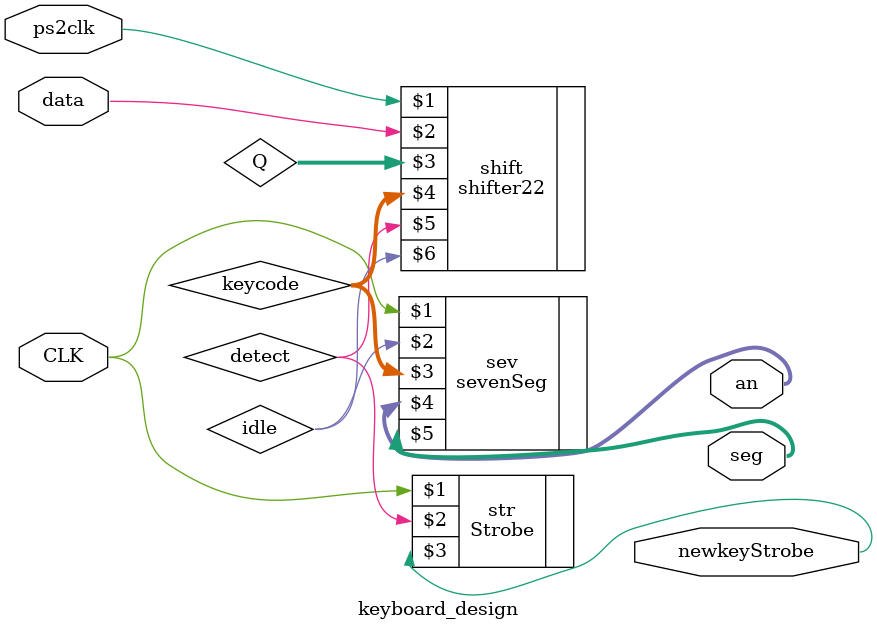
<source format=v>
`timescale 1ns / 1ps


module keyboard_design(CLK,ps2clk,data,an,seg,newkeyStrobe);
input CLK,ps2clk,data;
output [3:0]an;
output [6:0]seg;
output newkeyStrobe;

wire [7:0]keycode;

wire [21:0]Q;
wire detect,idle;


shifter22 shift(ps2clk,data,Q,keycode,detect,idle);
Strobe str(CLK,detect,newkeyStrobe);
sevenSeg sev(CLK, idle, keycode, an, seg);
endmodule

</source>
